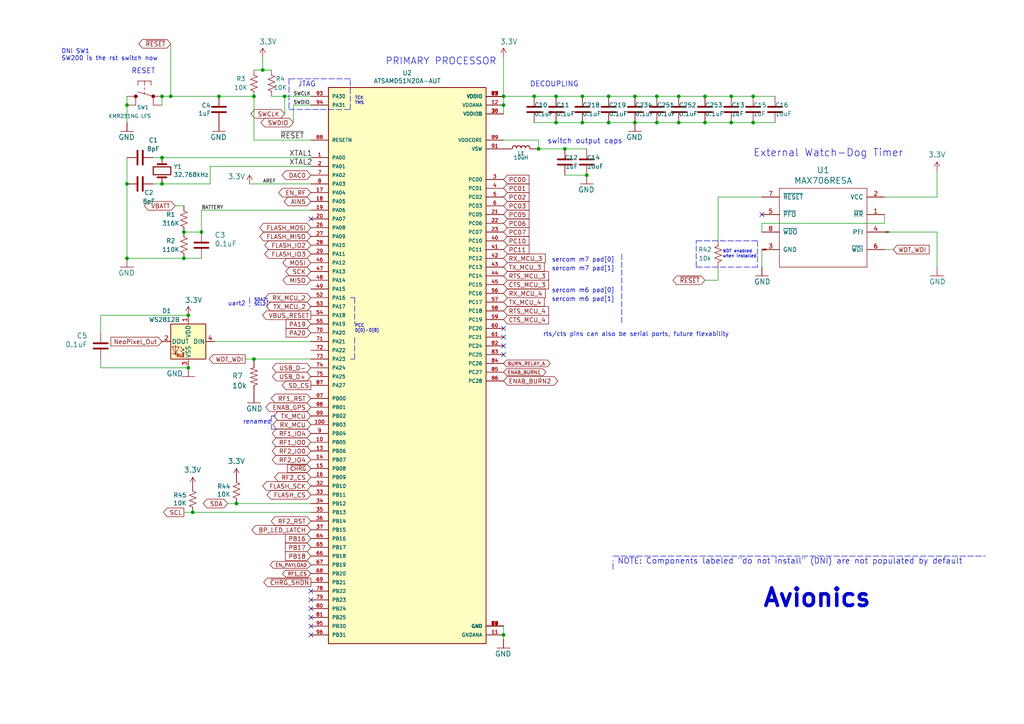
<source format=kicad_sch>
(kicad_sch (version 20211123) (generator eeschema)
  (paper "A4")
  (title_block (title "PyCubed Mainboard") (date "2021-06-09") (rev "v05c") (company "Max Holliday"))
  (lib_symbols
    (symbol "mainboard-rescue:C-Device-mainboard-rescue" (pin_numbers hide) (pin_names (offset 0.254))
      (property "Reference" "C" (at 0.635 2.54 0))
      (property "Value" "C-Device-mainboard-rescue" (at 0.635 -2.54 0))
      (symbol "C-Device-mainboard-rescue_0_1"
        (polyline (pts (xy -2.032 -0.762) (xy 2.032 -0.762)) (stroke (width 0.508)))
        (polyline (pts (xy -2.032 0.762) (xy 2.032 0.762)) (stroke (width 0.508)))
      )
      (symbol "C-Device-mainboard-rescue_1_1"
        (pin passive line (at 0 3.81 270) (length 2.794) (name "~") (number "1"))
        (pin passive line (at 0 -3.81 90) (length 2.794) (name "~") (number "2"))
      )
    )
    (symbol "mainboard-rescue:Crystal-Device-mainboard-rescue" (pin_numbers hide) (pin_names (offset 1.016) hide)
      (property "Reference" "Y" (at 0 3.81 0))
      (property "Value" "Crystal-Device-mainboard-rescue" (at 0 -3.81 0))
      (symbol "Crystal-Device-mainboard-rescue_0_1"
        (rectangle (start -1.143 2.54) (end 1.143 -2.54) (stroke (width 0.3048)))
        (polyline (pts (xy -2.54 0) (xy -1.905 0)))
        (polyline (pts (xy -1.905 -1.27) (xy -1.905 1.27)) (stroke (width 0.508)))
        (polyline (pts (xy 1.905 -1.27) (xy 1.905 1.27)) (stroke (width 0.508)))
        (polyline (pts (xy 2.54 0) (xy 1.905 0)))
      )
      (symbol "Crystal-Device-mainboard-rescue_1_1"
        (pin passive line (at -3.81 0 0) (length 1.27) (name "1") (number "1"))
        (pin passive line (at 3.81 0 180) (length 1.27) (name "2") (number "2"))
      )
    )
    (symbol "mainboard-rescue:R_US-Device-mainboard-rescue" (pin_numbers hide) (pin_names (offset 0))
      (property "Reference" "R" (at 2.54 0 90))
      (property "Value" "R_US-Device-mainboard-rescue" (at -2.54 0 90))
      (symbol "R_US-Device-mainboard-rescue_0_1"
        (polyline (pts (xy 0 -2.286) (xy 0 -2.54)))
        (polyline (pts (xy 0 2.286) (xy 0 2.54)))
        (polyline (pts (xy 0 -0.762) (xy 1.016 -1.143) (xy 0 -1.524) (xy -1.016 -1.905) (xy 0 -2.286)))
        (polyline (pts (xy 0 0.762) (xy 1.016 0.381) (xy 0 0) (xy -1.016 -0.381) (xy 0 -0.762)))
        (polyline (pts (xy 0 2.286) (xy 1.016 1.905) (xy 0 1.524) (xy -1.016 1.143) (xy 0 0.762)))
      )
      (symbol "R_US-Device-mainboard-rescue_1_1"
        (pin passive line (at 0 3.81 270) (length 1.27) (name "~") (number "1"))
        (pin passive line (at 0 -3.81 90) (length 1.27) (name "~") (number "2"))
      )
    )
    (symbol "mainboard-rescue:WS2812B-LED-mainboard-rescue" (pin_names (offset 0.254))
      (property "Reference" "D" (at 5.08 5.715 0))
      (property "Value" "WS2812B-LED-mainboard-rescue" (at 1.27 -5.715 0))
      (symbol "WS2812B-LED-mainboard-rescue_0_0"
        (text "RGB" (at 2.286 -4.191 0) (effects (font (size 0.762 0.762))))
      )
      (symbol "WS2812B-LED-mainboard-rescue_0_1"
        (polyline (pts (xy 1.27 -3.556) (xy 1.778 -3.556)))
        (polyline (pts (xy 1.27 -2.54) (xy 1.778 -2.54)))
        (polyline (pts (xy 4.699 -3.556) (xy 2.667 -3.556)))
        (polyline (pts (xy 2.286 -2.54) (xy 1.27 -3.556) (xy 1.27 -3.048)))
        (polyline (pts (xy 2.286 -1.524) (xy 1.27 -2.54) (xy 1.27 -2.032)))
        (polyline (pts (xy 3.683 -1.016) (xy 3.683 -3.556) (xy 3.683 -4.064)))
        (polyline (pts (xy 4.699 -1.524) (xy 2.667 -1.524) (xy 3.683 -3.556) (xy 4.699 -1.524)))
        (rectangle (start 5.08 5.08) (end -5.08 -5.08) (stroke (width 0.254)) (fill (type background)))
      )
      (symbol "WS2812B-LED-mainboard-rescue_1_1"
        (pin power_in line (at 0 7.62 270) (length 2.54) (name "VDD") (number "1"))
        (pin output line (at 7.62 0 180) (length 2.54) (name "DOUT") (number "2"))
        (pin power_in line (at 0 -7.62 90) (length 2.54) (name "VSS") (number "3"))
        (pin input line (at -7.62 0 0) (length 2.54) (name "DIN") (number "4"))
      )
    )
    (symbol "mainboard:3.3V" (power) (pin_names (offset 1.016))
      (property "Value" "3.3V" (at -1.016 3.556 0))
      (symbol "3.3V_1_0"
        (polyline (pts (xy 0 2.54) (xy -0.762 1.27)))
        (polyline (pts (xy 0.762 1.27) (xy 0 2.54)))
        (pin power_in line (at 0 0 90) (length 2.54) (name "3.3V") (number "1"))
      )
    )
    (symbol "mainboard:GND" (power) (pin_names (offset 1.016))
      (property "Value" "GND" (at -2.54 -2.54 0))
      (symbol "GND_1_0"
        (polyline (pts (xy -1.905 0) (xy 1.905 0)))
        (pin power_in line (at 0 2.54 270) (length 2.54) (name "GND") (number "1"))
      )
    )
    (symbol "mainboard:INDUCTOR-Adafruit_Feather_M4_Express-eagle-import-lab64_SAM32-rescue-SAMD-10-rescue-SAM32-rescue" (pin_names (offset 1.016))
      (property "Reference" "L" (at 0 2.54 0))
      (property "Value" "INDUCTOR-Adafruit_Feather_M4_Express-eagle-import-lab64_SAM32-rescue-SAMD-10-rescue-SAM32-rescue" (at 0 -1.524 0))
      (symbol "INDUCTOR-Adafruit_Feather_M4_Express-eagle-import-lab64_SAM32-rescue-SAMD-10-rescue-SAM32-rescue_1_0"
        (arc (start -1.27 0.3048) (mid -1.905 0.9149) (end -2.54 0.3048) (stroke (width 0.254)))
        (polyline (pts (xy -2.54 0.3048) (xy -2.54 0)))
        (polyline (pts (xy 2.54 0.3048) (xy 2.54 0)))
        (arc (start 0 0.3048) (mid -0.635 0.9149) (end -1.27 0.3048) (stroke (width 0.254)))
        (arc (start 1.27 0.3048) (mid 0.635 0.9149) (end 0 0.3048) (stroke (width 0.254)))
        (arc (start 2.54 0.3048) (mid 1.905 0.9149) (end 1.27 0.3048) (stroke (width 0.254)))
        (pin passive line (at -5.08 0 0) (length 2.54) (name "1") (number "1"))
        (pin passive line (at 5.08 0 180) (length 2.54) (name "2") (number "2"))
      )
    )
    (symbol "mainboard:MAX708RESA-T" (pin_names (offset 1.016))
      (property "Reference" "U" (at 15.5956 9.1186 0))
      (property "Value" "MAX708RESA-T" (at 14.9606 6.5786 0))
      (symbol "MAX708RESA-T_1_0"
        (polyline (pts (xy 7.62 -17.78) (xy 33.02 -17.78)))
        (polyline (pts (xy 7.62 5.08) (xy 7.62 -17.78)))
        (polyline (pts (xy 33.02 -17.78) (xy 33.02 5.08)))
        (polyline (pts (xy 33.02 5.08) (xy 7.62 5.08)))
        (pin input line (at 2.54 -2.54 0) (length 5.08) (name "~{MR}") (number "1"))
        (pin power_in line (at 2.54 2.54 0) (length 5.08) (name "VCC") (number "2"))
        (pin power_in line (at 38.1 -12.7 180) (length 5.08) (name "GND") (number "3"))
        (pin input line (at 2.54 -7.62 0) (length 5.08) (name "PFI") (number "4"))
        (pin output line (at 38.1 -2.54 180) (length 5.08) (name "~{PFO}") (number "5"))
        (pin input line (at 2.54 -12.7 0) (length 5.08) (name "~{WDI}") (number "6"))
        (pin output line (at 38.1 2.54 180) (length 5.08) (name "~{RESET}") (number "7"))
        (pin output line (at 38.1 -7.62 180) (length 5.08) (name "~{WDO}") (number "8"))
      )
    )
    (symbol "mainboard:R-US_R0603" (pin_names (offset 1.016))
      (property "Reference" "R" (at -3.81 1.4986 0))
      (property "Value" "R-US_R0603" (at -3.81 -3.302 0))
      (symbol "R-US_R0603_1_0"
        (polyline (pts (xy -2.54 0) (xy -2.159 1.016)))
        (polyline (pts (xy -2.159 1.016) (xy -1.524 -1.016)))
        (polyline (pts (xy -1.524 -1.016) (xy -0.889 1.016)))
        (polyline (pts (xy -0.889 1.016) (xy -0.254 -1.016)))
        (polyline (pts (xy -0.254 -1.016) (xy 0.381 1.016)))
        (polyline (pts (xy 0.381 1.016) (xy 1.016 -1.016)))
        (polyline (pts (xy 1.016 -1.016) (xy 1.651 1.016)))
        (polyline (pts (xy 1.651 1.016) (xy 2.286 -1.016)))
        (polyline (pts (xy 2.286 -1.016) (xy 2.54 0)))
        (pin passive line (at -5.08 0 0) (length 2.54) (name "1") (number "1"))
        (pin passive line (at 5.08 0 180) (length 2.54) (name "2") (number "2"))
      )
    )
    (symbol "mainboard:SWITCH_SMT4.6X2.8" (pin_names (offset 1.016))
      (property "Reference" "SW" (at -2.54 6.35 0))
      (property "Value" "SWITCH_SMT4.6X2.8" (at -2.54 -5.08 0))
      (symbol "SWITCH_SMT4.6X2.8_1_0"
        (circle (center -2.54 0) (radius 0.127) (stroke (width 0.4064)))
        (polyline (pts (xy -2.54 -2.54) (xy -2.54 0)))
        (polyline (pts (xy -2.54 0) (xy 1.905 1.27)))
        (polyline (pts (xy -1.905 4.445) (xy -1.905 3.175)))
        (polyline (pts (xy 0 1.27) (xy 0 0.635)))
        (polyline (pts (xy 0 2.54) (xy 0 1.905)))
        (polyline (pts (xy 0 4.445) (xy -1.905 4.445)))
        (polyline (pts (xy 0 4.445) (xy 0 3.175)))
        (polyline (pts (xy 1.905 0) (xy 2.54 0)))
        (polyline (pts (xy 1.905 4.445) (xy 0 4.445)))
        (polyline (pts (xy 1.905 4.445) (xy 1.905 3.175)))
        (polyline (pts (xy 2.54 -2.54) (xy 2.54 0)))
        (circle (center 2.54 0) (radius 0.127) (stroke (width 0.4064)))
        (pin passive line (at -5.08 0 0) (length 2.54) (name "P") (number "A"))
        (pin passive line (at -5.08 -2.54 0) (length 2.54) (name "P1") (number "A'"))
        (pin passive line (at 5.08 0 180) (length 2.54) (name "S") (number "B"))
        (pin passive line (at 5.08 -2.54 180) (length 2.54) (name "S1") (number "B'"))
      )
    )
    (symbol "mainboard_SLI:ATSAMD51N20A-AUT" (pin_names (offset 1.016))
      (property "Reference" "U" (at -22.86 89.535 0))
      (property "Value" "ATSAMD51N20A-AUT" (at -22.86 -76.2 0))
      (symbol "ATSAMD51N20A-AUT_0_0"
        (rectangle (start -22.86 -72.39) (end 22.86 88.9) (stroke (width 0.254)) (fill (type background)))
        (pin bidirectional line (at -27.94 68.58 0) (length 5.08) (name "PA00") (number "1"))
        (pin bidirectional line (at -27.94 -13.97 0) (length 5.08) (name "PB05") (number "10"))
        (pin bidirectional line (at -27.94 -8.89 0) (length 5.08) (name "PB03") (number "100"))
        (pin power_in line (at 27.94 -69.85 180) (length 5.08) (name "GNDANA") (number "11"))
        (pin power_in line (at 27.94 83.82 180) (length 5.08) (name "VDDANA") (number "12"))
        (pin bidirectional line (at -27.94 -16.51 0) (length 5.08) (name "PB06") (number "13"))
        (pin bidirectional line (at -27.94 -19.05 0) (length 5.08) (name "PB07") (number "14"))
        (pin bidirectional line (at -27.94 -21.59 0) (length 5.08) (name "PB08") (number "15"))
        (pin bidirectional line (at -27.94 -24.13 0) (length 5.08) (name "PB09") (number "16"))
        (pin bidirectional line (at -27.94 58.42 0) (length 5.08) (name "PA04") (number "17"))
        (pin bidirectional line (at -27.94 55.88 0) (length 5.08) (name "PA05") (number "18"))
        (pin bidirectional line (at -27.94 53.34 0) (length 5.08) (name "PA06") (number "19"))
        (pin bidirectional line (at -27.94 66.04 0) (length 5.08) (name "PA01") (number "2"))
        (pin bidirectional line (at -27.94 50.8 0) (length 5.08) (name "PA07") (number "20"))
        (pin bidirectional line (at 27.94 52.07 180) (length 5.08) (name "PC05") (number "21"))
        (pin bidirectional line (at 27.94 49.53 180) (length 5.08) (name "PC06") (number "22"))
        (pin bidirectional line (at 27.94 46.99 180) (length 5.08) (name "PC07") (number "23"))
        (pin power_in line (at 27.94 -67.31 180) (length 5.08) (name "GND") (number "24"))
        (pin power_in line (at 27.94 81.28 180) (length 5.08) (name "VDDIOB") (number "25"))
        (pin bidirectional line (at -27.94 48.26 0) (length 5.08) (name "PA08") (number "26"))
        (pin bidirectional line (at -27.94 45.72 0) (length 5.08) (name "PA09") (number "27"))
        (pin bidirectional line (at -27.94 43.18 0) (length 5.08) (name "PA10") (number "28"))
        (pin bidirectional line (at -27.94 40.64 0) (length 5.08) (name "PA11") (number "29"))
        (pin bidirectional line (at 27.94 62.23 180) (length 5.08) (name "PC00") (number "3"))
        (pin power_in line (at 27.94 81.28 180) (length 5.08) (name "VDDIOB") (number "30"))
        (pin power_in line (at 27.94 -67.31 180) (length 5.08) (name "GND") (number "31"))
        (pin bidirectional line (at -27.94 -26.67 0) (length 5.08) (name "PB10") (number "32"))
        (pin bidirectional line (at -27.94 -29.21 0) (length 5.08) (name "PB11") (number "33"))
        (pin bidirectional line (at -27.94 -31.75 0) (length 5.08) (name "PB12") (number "34"))
        (pin bidirectional line (at -27.94 -34.29 0) (length 5.08) (name "PB13") (number "35"))
        (pin bidirectional line (at -27.94 -36.83 0) (length 5.08) (name "PB14") (number "36"))
        (pin bidirectional line (at -27.94 -39.37 0) (length 5.08) (name "PB15") (number "37"))
        (pin power_in line (at 27.94 -67.31 180) (length 5.08) (name "GND") (number "38"))
        (pin power_in line (at 27.94 86.36 180) (length 5.08) (name "VDDIO") (number "39"))
        (pin bidirectional line (at 27.94 59.69 180) (length 5.08) (name "PC01") (number "4"))
        (pin bidirectional line (at 27.94 44.45 180) (length 5.08) (name "PC10") (number "40"))
        (pin bidirectional line (at 27.94 41.91 180) (length 5.08) (name "PC11") (number "41"))
        (pin bidirectional line (at 27.94 39.37 180) (length 5.08) (name "PC12") (number "42"))
        (pin bidirectional line (at 27.94 36.83 180) (length 5.08) (name "PC13") (number "43"))
        (pin bidirectional line (at 27.94 34.29 180) (length 5.08) (name "PC14") (number "44"))
        (pin bidirectional line (at 27.94 31.75 180) (length 5.08) (name "PC15") (number "45"))
        (pin bidirectional line (at -27.94 38.1 0) (length 5.08) (name "PA12") (number "46"))
        (pin bidirectional line (at -27.94 35.56 0) (length 5.08) (name "PA13") (number "47"))
        (pin bidirectional line (at -27.94 33.02 0) (length 5.08) (name "PA14") (number "48"))
        (pin bidirectional line (at -27.94 30.48 0) (length 5.08) (name "PA15") (number "49"))
        (pin bidirectional line (at 27.94 57.15 180) (length 5.08) (name "PC02") (number "5"))
        (pin power_in line (at 27.94 -67.31 180) (length 5.08) (name "GND") (number "50"))
        (pin power_in line (at 27.94 86.36 180) (length 5.08) (name "VDDIO") (number "51"))
        (pin bidirectional line (at -27.94 27.94 0) (length 5.08) (name "PA16") (number "52"))
        (pin bidirectional line (at -27.94 25.4 0) (length 5.08) (name "PA17") (number "53"))
        (pin bidirectional line (at -27.94 22.86 0) (length 5.08) (name "PA18") (number "54"))
        (pin bidirectional line (at -27.94 20.32 0) (length 5.08) (name "PA19") (number "55"))
        (pin bidirectional line (at 27.94 29.21 180) (length 5.08) (name "PC16") (number "56"))
        (pin bidirectional line (at 27.94 26.67 180) (length 5.08) (name "PC17") (number "57"))
        (pin bidirectional line (at 27.94 24.13 180) (length 5.08) (name "PC18") (number "58"))
        (pin bidirectional line (at 27.94 21.59 180) (length 5.08) (name "PC19") (number "59"))
        (pin bidirectional line (at 27.94 54.61 180) (length 5.08) (name "PC03") (number "6"))
        (pin bidirectional line (at 27.94 19.05 180) (length 5.08) (name "PC20") (number "60"))
        (pin bidirectional line (at 27.94 16.51 180) (length 5.08) (name "PC21") (number "61"))
        (pin power_in line (at 27.94 -67.31 180) (length 5.08) (name "GND") (number "62"))
        (pin power_in line (at 27.94 86.36 180) (length 5.08) (name "VDDIO") (number "63"))
        (pin bidirectional line (at -27.94 -41.91 0) (length 5.08) (name "PB16") (number "64"))
        (pin bidirectional line (at -27.94 -44.45 0) (length 5.08) (name "PB17") (number "65"))
        (pin bidirectional line (at -27.94 -46.99 0) (length 5.08) (name "PB18") (number "66"))
        (pin bidirectional line (at -27.94 -49.53 0) (length 5.08) (name "PB19") (number "67"))
        (pin bidirectional line (at -27.94 -52.07 0) (length 5.08) (name "PB20") (number "68"))
        (pin bidirectional line (at -27.94 -54.61 0) (length 5.08) (name "PB21") (number "69"))
        (pin bidirectional line (at -27.94 63.5 0) (length 5.08) (name "PA02") (number "7"))
        (pin bidirectional line (at -27.94 17.78 0) (length 5.08) (name "PA20") (number "70"))
        (pin bidirectional line (at -27.94 15.24 0) (length 5.08) (name "PA21") (number "71"))
        (pin bidirectional line (at -27.94 12.7 0) (length 5.08) (name "PA22") (number "72"))
        (pin bidirectional line (at -27.94 10.16 0) (length 5.08) (name "PA23") (number "73"))
        (pin bidirectional line (at -27.94 7.62 0) (length 5.08) (name "PA24") (number "74"))
        (pin bidirectional line (at -27.94 5.08 0) (length 5.08) (name "PA25") (number "75"))
        (pin power_in line (at 27.94 -67.31 180) (length 5.08) (name "GND") (number "76"))
        (pin power_in line (at 27.94 86.36 180) (length 5.08) (name "VDDIO") (number "77"))
        (pin bidirectional line (at -27.94 -57.15 0) (length 5.08) (name "PB22") (number "78"))
        (pin bidirectional line (at -27.94 -59.69 0) (length 5.08) (name "PB23") (number "79"))
        (pin bidirectional line (at -27.94 60.96 0) (length 5.08) (name "PA03") (number "8"))
        (pin bidirectional line (at -27.94 -62.23 0) (length 5.08) (name "PB24") (number "80"))
        (pin bidirectional line (at -27.94 -64.77 0) (length 5.08) (name "PB25") (number "81"))
        (pin bidirectional line (at 27.94 13.97 180) (length 5.08) (name "PC24") (number "82"))
        (pin bidirectional line (at 27.94 11.43 180) (length 5.08) (name "PC25") (number "83"))
        (pin bidirectional line (at 27.94 8.89 180) (length 5.08) (name "PC26") (number "84"))
        (pin bidirectional line (at 27.94 6.35 180) (length 5.08) (name "PC27") (number "85"))
        (pin bidirectional line (at 27.94 3.81 180) (length 5.08) (name "PC28") (number "86"))
        (pin bidirectional line (at -27.94 2.54 0) (length 5.08) (name "PA27") (number "87"))
        (pin input line (at -27.94 73.66 0) (length 5.08) (name "RESETN") (number "88"))
        (pin power_in line (at 27.94 73.66 180) (length 5.08) (name "VDDCORE") (number "89"))
        (pin bidirectional line (at -27.94 -11.43 0) (length 5.08) (name "PB04") (number "9"))
        (pin power_in line (at 27.94 -67.31 180) (length 5.08) (name "GND") (number "90"))
        (pin bidirectional line (at 27.94 71.12 180) (length 5.08) (name "VSW") (number "91"))
        (pin power_in line (at 27.94 86.36 180) (length 5.08) (name "VDDIO") (number "92"))
        (pin bidirectional line (at -27.94 86.36 0) (length 5.08) (name "PA30") (number "93"))
        (pin bidirectional line (at -27.94 83.82 0) (length 5.08) (name "PA31") (number "94"))
        (pin bidirectional line (at -27.94 -67.31 0) (length 5.08) (name "PB30") (number "95"))
        (pin bidirectional line (at -27.94 -69.85 0) (length 5.08) (name "PB31") (number "96"))
        (pin bidirectional line (at -27.94 -1.27 0) (length 5.08) (name "PB00") (number "97"))
        (pin bidirectional line (at -27.94 -3.81 0) (length 5.08) (name "PB01") (number "98"))
        (pin bidirectional line (at -27.94 -6.35 0) (length 5.08) (name "PB02") (number "99"))
      )
    )
  )
  (junction (at 212.09 27.94))
  (junction (at 168.91 27.94))
  (junction (at 82.55 27.94))
  (junction (at 196.85 35.56))
  (junction (at 170.18 50.8))
  (junction (at 36.83 74.93))
  (junction (at 176.53 35.56))
  (junction (at 176.53 27.94))
  (junction (at 212.09 35.56))
  (junction (at 146.05 30.48))
  (junction (at 53.34 67.31))
  (junction (at 54.61 91.44))
  (junction (at 54.61 106.68))
  (junction (at 76.2 20.32))
  (junction (at 190.5 35.56))
  (junction (at 156.21 43.18))
  (junction (at 184.15 35.56))
  (junction (at 73.66 27.94))
  (junction (at 55.88 148.59))
  (junction (at 190.5 27.94))
  (junction (at 53.34 74.93))
  (junction (at 218.44 35.56))
  (junction (at 68.58 146.05))
  (junction (at 184.15 27.94))
  (junction (at 204.47 27.94))
  (junction (at 196.85 27.94))
  (junction (at 46.99 27.94))
  (junction (at 161.29 35.56))
  (junction (at 63.5 27.94))
  (junction (at 49.53 27.94))
  (junction (at 161.29 27.94))
  (junction (at 46.99 45.72))
  (junction (at 163.83 43.18))
  (junction (at 218.44 27.94))
  (junction (at 46.99 53.34))
  (junction (at 204.47 35.56))
  (junction (at 154.94 27.94))
  (junction (at 58.42 67.31))
  (junction (at 146.05 27.94))
  (junction (at 73.66 104.14))
  (junction (at 36.83 53.34))
  (junction (at 36.83 30.48))
  (junction (at 146.05 184.15))
  (junction (at 168.91 35.56))
  (no_connect (at 90.17 179.07))
  (no_connect (at 220.98 62.23))
  (no_connect (at 146.05 100.33))
  (no_connect (at 146.05 102.87))
  (no_connect (at 90.17 184.15))
  (no_connect (at 90.17 173.99))
  (no_connect (at 90.17 176.53))
  (no_connect (at 90.17 171.45))
  (no_connect (at 90.17 181.61))
  (no_connect (at 146.05 97.79))
  (no_connect (at 146.05 95.25))
  (no_connect (at 90.17 63.5))
  (wire (pts (xy 63.5 27.94) (xy 73.66 27.94)))
  (wire (pts (xy 90.17 146.05) (xy 68.58 146.05)))
  (wire (pts (xy 49.53 12.7) (xy 49.53 27.94)))
  (wire (pts (xy 49.53 27.94) (xy 63.5 27.94)))
  (wire (pts (xy 50.8 59.69) (xy 53.34 59.69)))
  (wire (pts (xy 163.83 50.8) (xy 170.18 50.8)))
  (wire (pts (xy 156.21 40.64) (xy 156.21 43.18)))
  (wire (pts (xy 204.47 81.28) (xy 208.28 81.28)))
  (polyline (pts (xy 101.6 22.86) (xy 83.82 22.86)))
  (polyline (pts (xy 83.82 22.86) (xy 83.82 31.75)))
  (wire (pts (xy 73.66 20.32) (xy 76.2 20.32)))
  (polyline (pts (xy 78.74 124.46) (xy 80.01 124.46)))
  (wire (pts (xy 208.28 81.28) (xy 208.28 77.47)))
  (wire (pts (xy 29.21 106.68) (xy 29.21 104.14)))
  (wire (pts (xy 46.99 53.34) (xy 60.96 53.34)))
  (wire (pts (xy 271.78 57.15) (xy 271.78 49.53)))
  (wire (pts (xy 66.04 146.05) (xy 68.58 146.05)))
  (wire (pts (xy 184.15 35.56) (xy 190.5 35.56)))
  (wire (pts (xy 220.98 72.39) (xy 220.98 77.47)))
  (wire (pts (xy 76.2 16.51) (xy 76.2 20.32)))
  (wire (pts (xy 62.23 99.06) (xy 90.17 99.06)))
  (wire (pts (xy 90.17 40.64) (xy 73.66 40.64)))
  (polyline (pts (xy 177.8 165.1) (xy 177.8 162.56)))
  (wire (pts (xy 146.05 27.94) (xy 154.94 27.94)))
  (wire (pts (xy 154.94 35.56) (xy 161.29 35.56)))
  (wire (pts (xy 168.91 27.94) (xy 176.53 27.94)))
  (wire (pts (xy 60.96 48.26) (xy 90.17 48.26)))
  (wire (pts (xy 208.28 57.15) (xy 208.28 69.85)))
  (wire (pts (xy 271.78 57.15) (xy 256.54 57.15)))
  (wire (pts (xy 73.66 104.14) (xy 71.12 104.14)))
  (polyline (pts (xy 219.71 77.47) (xy 201.93 77.47)))
  (wire (pts (xy 36.83 30.48) (xy 36.83 35.56)))
  (wire (pts (xy 53.34 67.31) (xy 58.42 67.31)))
  (wire (pts (xy 212.09 35.56) (xy 218.44 35.56)))
  (polyline (pts (xy 102.87 86.36) (xy 102.87 93.98)))
  (polyline (pts (xy 180.34 73.66) (xy 180.34 93.98)))
  (wire (pts (xy 161.29 35.56) (xy 168.91 35.56)))
  (wire (pts (xy 29.21 106.68) (xy 54.61 106.68)))
  (wire (pts (xy 53.34 148.59) (xy 55.88 148.59)))
  (wire (pts (xy 220.98 67.31) (xy 220.98 64.77)))
  (polyline (pts (xy 78.74 120.65) (xy 78.74 124.46)))
  (wire (pts (xy 36.83 27.94) (xy 36.83 30.48)))
  (wire (pts (xy 146.05 27.94) (xy 146.05 16.51)))
  (wire (pts (xy 163.83 43.18) (xy 170.18 43.18)))
  (wire (pts (xy 44.45 53.34) (xy 46.99 53.34)))
  (wire (pts (xy 46.99 30.48) (xy 46.99 27.94)))
  (wire (pts (xy 168.91 35.56) (xy 176.53 35.56)))
  (wire (pts (xy 161.29 27.94) (xy 168.91 27.94)))
  (wire (pts (xy 220.98 64.77) (xy 256.54 64.77)))
  (polyline (pts (xy 177.8 161.29) (xy 285.75 161.29)))
  (polyline (pts (xy 83.82 31.75) (xy 101.6 31.75)))
  (wire (pts (xy 60.96 53.34) (xy 60.96 48.26)))
  (polyline (pts (xy 78.74 120.65) (xy 80.01 120.65)))
  (wire (pts (xy 44.45 45.72) (xy 46.99 45.72)))
  (wire (pts (xy 90.17 104.14) (xy 73.66 104.14)))
  (wire (pts (xy 146.05 33.02) (xy 146.05 30.48)))
  (wire (pts (xy 156.21 43.18) (xy 163.83 43.18)))
  (wire (pts (xy 58.42 60.96) (xy 90.17 60.96)))
  (wire (pts (xy 218.44 35.56) (xy 224.79 35.56)))
  (wire (pts (xy 58.42 74.93) (xy 53.34 74.93)))
  (wire (pts (xy 190.5 27.94) (xy 196.85 27.94)))
  (wire (pts (xy 259.08 72.39) (xy 256.54 72.39)))
  (polyline (pts (xy 102.87 104.14) (xy 102.87 97.79)))
  (wire (pts (xy 78.74 27.94) (xy 82.55 27.94)))
  (wire (pts (xy 256.54 64.77) (xy 256.54 62.23)))
  (wire (pts (xy 90.17 148.59) (xy 55.88 148.59)))
  (wire (pts (xy 29.21 91.44) (xy 54.61 91.44)))
  (wire (pts (xy 36.83 45.72) (xy 36.83 53.34)))
  (wire (pts (xy 36.83 53.34) (xy 36.83 74.93)))
  (wire (pts (xy 271.78 67.31) (xy 271.78 77.47)))
  (wire (pts (xy 46.99 27.94) (xy 49.53 27.94)))
  (wire (pts (xy 146.05 40.64) (xy 156.21 40.64)))
  (wire (pts (xy 154.94 27.94) (xy 161.29 27.94)))
  (wire (pts (xy 196.85 27.94) (xy 204.47 27.94)))
  (wire (pts (xy 146.05 30.48) (xy 146.05 27.94)))
  (polyline (pts (xy 72.39 86.36) (xy 72.39 88.9)))
  (wire (pts (xy 146.05 181.61) (xy 146.05 184.15)))
  (polyline (pts (xy 101.6 104.14) (xy 102.87 104.14)))
  (wire (pts (xy 190.5 35.56) (xy 196.85 35.56)))
  (wire (pts (xy 218.44 27.94) (xy 224.79 27.94)))
  (polyline (pts (xy 77.47 88.9) (xy 77.47 86.36)))
  (wire (pts (xy 82.55 33.02) (xy 82.55 27.94)))
  (wire (pts (xy 204.47 35.56) (xy 212.09 35.56)))
  (wire (pts (xy 58.42 67.31) (xy 58.42 60.96)))
  (wire (pts (xy 212.09 27.94) (xy 218.44 27.94)))
  (wire (pts (xy 184.15 27.94) (xy 190.5 27.94)))
  (wire (pts (xy 72.39 53.34) (xy 90.17 53.34)))
  (wire (pts (xy 85.09 30.48) (xy 90.17 30.48)))
  (wire (pts (xy 73.66 27.94) (xy 73.66 40.64)))
  (wire (pts (xy 204.47 27.94) (xy 212.09 27.94)))
  (wire (pts (xy 176.53 27.94) (xy 184.15 27.94)))
  (wire (pts (xy 256.54 67.31) (xy 271.78 67.31)))
  (polyline (pts (xy 201.93 69.85) (xy 219.71 69.85)))
  (wire (pts (xy 46.99 45.72) (xy 90.17 45.72)))
  (wire (pts (xy 29.21 96.52) (xy 29.21 91.44)))
  (polyline (pts (xy 101.6 86.36) (xy 102.87 86.36)))
  (wire (pts (xy 196.85 35.56) (xy 204.47 35.56)))
  (wire (pts (xy 146.05 184.15) (xy 146.05 185.42)))
  (wire (pts (xy 220.98 57.15) (xy 208.28 57.15)))
  (wire (pts (xy 176.53 35.56) (xy 184.15 35.56)))
  (polyline (pts (xy 101.6 31.75) (xy 101.6 22.86)))
  (polyline (pts (xy 201.93 77.47) (xy 201.93 69.85)))
  (wire (pts (xy 85.09 30.48) (xy 85.09 35.56)))
  (wire (pts (xy 53.34 74.93) (xy 36.83 74.93)))
  (wire (pts (xy 82.55 27.94) (xy 90.17 27.94)))
  (polyline (pts (xy 219.71 69.85) (xy 219.71 77.47)))
  (wire (pts (xy 76.2 20.32) (xy 78.74 20.32)))
  (text "sercom m7 pad[1]" (at 160.02 78.74 0) (effects (font (size 1.27 1.27)) (justify left bottom)))
  (text "uart2" (at 66.04 88.9 0) (effects (font (size 1.27 1.27)) (justify left bottom)))
  (text "SDA2" (at 73.66 87.63 0) (effects (font (size 0.889 0.889)) (justify left bottom)))
  (text "rts/cts pins can also be serial ports, future flexability " (at 157.48 97.79 0) (effects (font (size 1.27 1.27)) (justify left bottom)))
  (text "DNI SW1\nSW200 is the rst switch now" (at 17.78 17.78 0) (effects (font (size 1.27 1.27)) (justify left bottom)))
  (text "sercom m6 pad[0]" (at 160.02 85.09 0) (effects (font (size 1.27 1.27)) (justify left bottom)))
  (text "switch output caps" (at 158.75 41.91 0) (effects (font (size 1.4986 1.4986)) (justify left bottom)))
  (text "TCK\nTMS" (at 102.87 30.48 0) (effects (font (size 0.889 0.889)) (justify left bottom)))
  (text "NOTE: Components labeled \"do not install\" (DNI) are not populated by default" (at 179.07 163.83 0) (effects (font (size 1.651 1.651)) (justify left bottom)))
  (text "SCL2" (at 73.66 88.9 0) (effects (font (size 0.889 0.889)) (justify left bottom)))
  (text "DECOUPLING\n" (at 153.67 25.4 0) (effects (font (size 1.4986 1.4986)) (justify left bottom)))
  (text "renamed" (at 78.74 123.19 180) (effects (font (size 1.27 1.27)) (justify right bottom)))
  (text "Avionics" (at 220.98 176.53 0) (effects (font (size 5.08 5.08) (thickness 1.016) bold) (justify left bottom)))
  (text "WDT enabled\nwhen installed" (at 209.55 74.93 0) (effects (font (size 0.889 0.889)) (justify left bottom)))
  (text "JTAG\n" (at 86.36 25.4 0) (effects (font (size 1.4986 1.4986)) (justify left bottom)))
  (text "External Watch-Dog Timer" (at 218.44 45.72 0) (effects (font (size 2.159 2.159)) (justify left bottom)))
  (text "PRIMARY PROCESSOR" (at 111.76 19.05 0) (effects (font (size 2.0066 2.0066)) (justify left bottom)))
  (text "sercom m7 pad[0]" (at 160.02 76.2 0) (effects (font (size 1.27 1.27)) (justify left bottom)))
  (text "RESET" (at 38.1 21.59 0) (effects (font (size 1.4986 1.4986)) (justify left bottom)))
  (text "sercom m6 pad[1]" (at 160.02 87.63 0) (effects (font (size 1.27 1.27)) (justify left bottom)))
  (text "PCC\nD[0]-D[8]" (at 102.87 96.52 0) (effects (font (size 0.889 0.889)) (justify left bottom)))
  (label "BATTERY" (at 58.42 60.96 0) (effects (font (size 1.016 1.016))))
  (label "AREF" (at 76.2 53.34 0) (effects (font (size 1.016 1.016))))
  (label "XTAL2" (at 83.82 48.26 0) (effects (font (size 1.524 1.524))))
  (label "XTAL1" (at 83.82 45.72 0) (effects (font (size 1.524 1.524))))
  (label "SWDIO" (at 85.09 30.48 0) (effects (font (size 0.9906 0.9906))))
  (label "SWCLK" (at 85.09 27.94 0) (effects (font (size 0.9906 0.9906))))
  (label "~{RESET}" (at 81.28 40.64 0) (effects (font (size 1.4986 1.4986))))
  (global_label "ENAB_BURN1" (shape bidirectional) (at 146.05 107.95 0) (effects (font (size 0.9906 0.9906))) (property "Intersheet References" "${INTERSHEET_REFS}" (effects hide)))
  (global_label "SWCLK" (shape bidirectional) (at 82.55 33.02 180) (property "Intersheet References" "${INTERSHEET_REFS}" (effects hide)))
  (global_label "PC03" (shape input) (at 146.05 59.69 0) (property "Intersheet References" "${INTERSHEET_REFS}" (effects hide)))
  (global_label "RTS_MCU_3" (shape input) (at 146.05 80.01 0) (property "Intersheet References" "${INTERSHEET_REFS}" (effects hide)))
  (global_label "MOSI" (shape bidirectional) (at 90.17 76.2 180) (property "Intersheet References" "${INTERSHEET_REFS}" (effects hide)))
  (global_label "RF2_CS" (shape bidirectional) (at 90.17 138.43 180) (property "Intersheet References" "${INTERSHEET_REFS}" (effects hide)))
  (global_label "PC10" (shape input) (at 146.05 69.85 0) (property "Intersheet References" "${INTERSHEET_REFS}" (effects hide)))
  (global_label "PC01" (shape input) (at 146.05 54.61 0) (property "Intersheet References" "${INTERSHEET_REFS}" (effects hide)))
  (global_label "PB16" (shape input) (at 90.17 156.21 180) (property "Intersheet References" "${INTERSHEET_REFS}" (effects hide)))
  (global_label "SDA" (shape bidirectional) (at 66.04 146.05 180) (property "Intersheet References" "${INTERSHEET_REFS}" (effects hide)))
  (global_label "RF1_CS" (shape bidirectional) (at 90.17 166.37 180) (effects (font (size 0.9906 0.9906))) (property "Intersheet References" "${INTERSHEET_REFS}" (effects hide)))
  (global_label "SD_CS" (shape output) (at 90.17 111.76 180) (property "Intersheet References" "${INTERSHEET_REFS}" (effects hide)))
  (global_label "EN_PAYLOAD" (shape bidirectional) (at 90.17 163.83 180) (effects (font (size 0.9906 0.9906))) (property "Intersheet References" "${INTERSHEET_REFS}" (effects hide)))
  (global_label "SCK" (shape bidirectional) (at 90.17 78.74 180) (property "Intersheet References" "${INTERSHEET_REFS}" (effects hide)))
  (global_label "RF1_RST" (shape bidirectional) (at 90.17 115.57 180) (property "Intersheet References" "${INTERSHEET_REFS}" (effects hide)))
  (global_label "WDT_WDI" (shape output) (at 71.12 104.14 180) (property "Intersheet References" "${INTERSHEET_REFS}" (effects hide)))
  (global_label "AIN5" (shape bidirectional) (at 90.17 58.42 180) (property "Intersheet References" "${INTERSHEET_REFS}" (effects hide)))
  (global_label "VBUS_RESET" (shape output) (at 90.17 91.44 180) (property "Intersheet References" "${INTERSHEET_REFS}" (effects hide)))
  (global_label "MISO" (shape bidirectional) (at 90.17 81.28 180) (property "Intersheet References" "${INTERSHEET_REFS}" (effects hide)))
  (global_label "RF1_IO4" (shape bidirectional) (at 90.17 125.73 180) (property "Intersheet References" "${INTERSHEET_REFS}" (effects hide)))
  (global_label "PC11" (shape input) (at 146.05 72.39 0) (property "Intersheet References" "${INTERSHEET_REFS}" (effects hide)))
  (global_label "CTS_MCU_3" (shape input) (at 146.05 82.55 0) (property "Intersheet References" "${INTERSHEET_REFS}" (effects hide)))
  (global_label "RF2_IO4" (shape bidirectional) (at 90.17 133.35 180) (property "Intersheet References" "${INTERSHEET_REFS}" (effects hide)))
  (global_label "DAC0" (shape bidirectional) (at 90.17 50.8 180) (property "Intersheet References" "${INTERSHEET_REFS}" (effects hide)))
  (global_label "EN_RF" (shape bidirectional) (at 90.17 55.88 180) (property "Intersheet References" "${INTERSHEET_REFS}" (effects hide)))
  (global_label "PB17" (shape input) (at 90.17 158.75 180) (property "Intersheet References" "${INTERSHEET_REFS}" (effects hide)))
  (global_label "FLASH_MISO" (shape bidirectional) (at 90.17 68.58 180) (property "Intersheet References" "${INTERSHEET_REFS}" (effects hide)))
  (global_label "PA20" (shape input) (at 90.17 96.52 180) (property "Intersheet References" "${INTERSHEET_REFS}" (effects hide)))
  (global_label "SWDIO" (shape bidirectional) (at 85.09 35.56 180) (property "Intersheet References" "${INTERSHEET_REFS}" (effects hide)))
  (global_label "PA19" (shape input) (at 90.17 93.98 180) (property "Intersheet References" "${INTERSHEET_REFS}" (effects hide)))
  (global_label "RTS_MCU_4" (shape input) (at 146.05 90.17 0) (property "Intersheet References" "${INTERSHEET_REFS}" (effects hide)))
  (global_label "RX_MCU_3" (shape input) (at 146.05 74.93 0) (property "Intersheet References" "${INTERSHEET_REFS}" (effects hide)))
  (global_label "FLASH_SCK" (shape bidirectional) (at 90.17 140.97 180) (property "Intersheet References" "${INTERSHEET_REFS}" (effects hide)))
  (global_label "FLASH_IO3" (shape bidirectional) (at 90.17 73.66 180) (property "Intersheet References" "${INTERSHEET_REFS}" (effects hide)))
  (global_label "~{CHRG_SHDN}" (shape output) (at 90.17 168.91 180) (property "Intersheet References" "${INTERSHEET_REFS}" (effects hide)))
  (global_label "BURN_RELAY_A" (shape bidirectional) (at 146.05 105.41 0) (effects (font (size 0.9906 0.9906))) (property "Intersheet References" "${INTERSHEET_REFS}" (effects hide)))
  (global_label "FLASH_CS" (shape bidirectional) (at 90.17 143.51 180) (property "Intersheet References" "${INTERSHEET_REFS}" (effects hide)))
  (global_label "USB_D-" (shape bidirectional) (at 90.17 106.68 180) (property "Intersheet References" "${INTERSHEET_REFS}" (effects hide)))
  (global_label "RX_MCU_2" (shape bidirectional) (at 90.17 86.36 180) (property "Intersheet References" "${INTERSHEET_REFS}" (effects hide)))
  (global_label "PC00" (shape input) (at 146.05 52.07 0) (property "Intersheet References" "${INTERSHEET_REFS}" (effects hide)))
  (global_label "FLASH_IO2" (shape bidirectional) (at 90.17 71.12 180) (property "Intersheet References" "${INTERSHEET_REFS}" (effects hide)))
  (global_label "TX_MCU_4" (shape input) (at 146.05 87.63 0) (property "Intersheet References" "${INTERSHEET_REFS}" (effects hide)))
  (global_label "WDT_WDI" (shape input) (at 259.08 72.39 0) (property "Intersheet References" "${INTERSHEET_REFS}" (effects hide)))
  (global_label "PC02" (shape input) (at 146.05 57.15 0) (property "Intersheet References" "${INTERSHEET_REFS}" (effects hide)))
  (global_label "ENAB_GPS" (shape bidirectional) (at 90.17 118.11 180) (property "Intersheet References" "${INTERSHEET_REFS}" (effects hide)))
  (global_label "VBATT" (shape bidirectional) (at 50.8 59.69 180) (property "Intersheet References" "${INTERSHEET_REFS}" (effects hide)))
  (global_label "TX_MCU_2" (shape bidirectional) (at 90.17 88.9 180) (property "Intersheet References" "${INTERSHEET_REFS}" (effects hide)))
  (global_label "~{RESET}" (shape bidirectional) (at 49.53 12.7 180) (property "Intersheet References" "${INTERSHEET_REFS}" (effects hide)))
  (global_label "~{CHRG}" (shape input) (at 90.17 135.89 180) (effects (font (size 1.143 1.143))) (property "Intersheet References" "${INTERSHEET_REFS}" (effects hide)))
  (global_label "PC07" (shape input) (at 146.05 67.31 0) (property "Intersheet References" "${INTERSHEET_REFS}" (effects hide)))
  (global_label "SCL" (shape output) (at 53.34 148.59 180) (property "Intersheet References" "${INTERSHEET_REFS}" (effects hide)))
  (global_label "ENAB_BURN2" (shape bidirectional) (at 146.05 110.49 0) (property "Intersheet References" "${INTERSHEET_REFS}" (effects hide)))
  (global_label "PB18" (shape input) (at 90.17 161.29 180) (property "Intersheet References" "${INTERSHEET_REFS}" (effects hide)))
  (global_label "TX_MCU_3" (shape input) (at 146.05 77.47 0) (property "Intersheet References" "${INTERSHEET_REFS}" (effects hide)))
  (global_label "RX_MCU_4" (shape input) (at 146.05 85.09 0) (property "Intersheet References" "${INTERSHEET_REFS}" (effects hide)))
  (global_label "NeoPixel_Out" (shape input) (at 46.99 99.06 180) (property "Intersheet References" "${INTERSHEET_REFS}" (effects hide)))
  (global_label "CTS_MCU_4" (shape input) (at 146.05 92.71 0) (property "Intersheet References" "${INTERSHEET_REFS}" (effects hide)))
  (global_label "GND" (shape bidirectional) (at 256.54 67.31 0) (effects (font (size 0.254 0.254))) (property "Intersheet References" "${INTERSHEET_REFS}" (effects hide)))
  (global_label "TX_MCU" (shape bidirectional) (at 90.17 120.65 180) (property "Intersheet References" "${INTERSHEET_REFS}" (effects hide)))
  (global_label "BP_LED_LATCH" (shape bidirectional) (at 90.17 153.67 180) (property "Intersheet References" "${INTERSHEET_REFS}" (effects hide)))
  (global_label "PC06" (shape input) (at 146.05 64.77 0) (property "Intersheet References" "${INTERSHEET_REFS}" (effects hide)))
  (global_label "USB_D+" (shape bidirectional) (at 90.17 109.22 180) (property "Intersheet References" "${INTERSHEET_REFS}" (effects hide)))
  (global_label "RF2_IO0" (shape bidirectional) (at 90.17 130.81 180) (property "Intersheet References" "${INTERSHEET_REFS}" (effects hide)))
  (global_label "~{RESET}" (shape bidirectional) (at 204.47 81.28 180) (property "Intersheet References" "${INTERSHEET_REFS}" (effects hide)))
  (global_label "RX_MCU" (shape bidirectional) (at 90.17 123.19 180) (property "Intersheet References" "${INTERSHEET_REFS}" (effects hide)))
  (global_label "GND" (shape bidirectional) (at 220.98 72.39 0) (effects (font (size 0.254 0.254))) (property "Intersheet References" "${INTERSHEET_REFS}" (effects hide)))
  (global_label "RF1_IO0" (shape bidirectional) (at 90.17 128.27 180) (property "Intersheet References" "${INTERSHEET_REFS}" (effects hide)))
  (global_label "FLASH_MOSI" (shape bidirectional) (at 90.17 66.04 180) (property "Intersheet References" "${INTERSHEET_REFS}" (effects hide)))
  (global_label "RF2_RST" (shape bidirectional) (at 90.17 151.13 180) (property "Intersheet References" "${INTERSHEET_REFS}" (effects hide)))
  (global_label "PC05" (shape input) (at 146.05 62.23 0) (property "Intersheet References" "${INTERSHEET_REFS}" (effects hide)))
  (symbol (lib_id "mainboard:GND") (at 220.98 80.01 0) (mirror y) (unit 1)
    (property "Reference" "#GND06" (effects hide))
    (property "Value" "GND" (at 223.52 82.55 0) (effects (font (size 1.4986 1.4986)) (justify left bottom)))
  )
  (symbol (lib_id "mainboard:3.3V") (at 271.78 49.53 0) (mirror y) (unit 1)
    (property "Reference" "#SUPPLY01" (effects hide))
    (property "Value" "3.3V" (at 274.32 45.72 0) (effects (font (size 1.4986 1.4986)) (justify left bottom)))
  )
  (symbol (lib_id "mainboard:GND") (at 73.66 116.84 0) (mirror y) (unit 1)
    (property "Reference" "#GND010" (effects hide))
    (property "Value" "GND" (at 76.2 119.38 0) (effects (font (size 1.4986 1.4986)) (justify left bottom)))
  )
  (symbol (lib_id "mainboard-rescue:C-Device-mainboard-rescue") (at 224.79 31.75 0) (unit 1)
    (property "Reference" "C16" (at 224.79 30.48 0) (effects (justify left)))
    (property "Value" "10uF" (at 224.79 33.02 0) (effects (justify left)))
    (property "Footprint" "Capacitor_SMD:C_0805_2012Metric" (effects hide))
  )
  (symbol (lib_id "mainboard-rescue:C-Device-mainboard-rescue") (at 218.44 31.75 0) (unit 1)
    (property "Reference" "C15" (at 218.44 30.48 0) (effects (justify left)))
    (property "Value" "1uF" (at 218.44 33.02 0) (effects (justify left)))
    (property "Footprint" "Capacitor_SMD:C_0603_1608Metric" (effects hide))
  )
  (symbol (lib_id "mainboard-rescue:C-Device-mainboard-rescue") (at 212.09 31.75 0) (unit 1)
    (property "Reference" "C13" (at 212.09 30.48 0) (effects (justify left)))
    (property "Value" "1uF" (at 212.09 33.02 0) (effects (justify left)))
    (property "Footprint" "Capacitor_SMD:C_0603_1608Metric" (effects hide))
  )
  (symbol (lib_id "mainboard-rescue:C-Device-mainboard-rescue") (at 63.5 31.75 0) (mirror x) (unit 1)
    (property "Reference" "C4" (at 61.1632 30.5816 0) (effects (justify right)))
    (property "Value" "1uF" (at 61.1632 32.893 0) (effects (justify right)))
    (property "Footprint" "Capacitor_SMD:C_0603_1608Metric" (effects hide))
  )
  (symbol (lib_id "mainboard-rescue:C-Device-mainboard-rescue") (at 163.83 46.99 0) (mirror x) (unit 1)
    (property "Reference" "C12" (at 167.64 45.72 0) (effects (justify right)))
    (property "Value" "1uF" (at 167.64 48.26 0) (effects (justify right)))
    (property "Footprint" "Capacitor_SMD:C_0603_1608Metric" (effects hide))
  )
  (symbol (lib_id "mainboard:INDUCTOR-Adafruit_Feather_M4_Express-eagle-import-lab64_SAM32-rescue-SAMD-10-rescue-SAM32-rescue") (at 151.13 43.18 0) (mirror y) (unit 1)
    (property "Reference" "L1" (at 151.13 44.45 0) (effects (font (size 1.0668 1.0668))))
    (property "Value" "10uH" (at 151.13 45.72 0) (effects (font (size 1.0668 1.0668))))
    (property "Footprint" "Inductor_SMD:L_1210_3225Metric" (effects hide))
    (property "Description" "10uH Unshielded 0805" (effects hide))
    (property "Flight" "MGFL2012F100MT-LF" (effects hide))
    (property "Manufacturer_Name" "MicroGate" (effects hide))
    (property "Manufacturer_Part_Number" "MGFL2012F100MT-LF" (effects hide))
    (property "Proto" "MGFL2012F100MT-LF" (effects hide))
  )
  (symbol (lib_id "mainboard-rescue:C-Device-mainboard-rescue") (at 170.18 46.99 0) (mirror y) (unit 1)
    (property "Reference" "C14" (at 170.18 45.72 0) (effects (justify right)))
    (property "Value" "10uF" (at 170.18 48.26 0) (effects (justify right)))
    (property "Footprint" "Capacitor_SMD:C_0805_2012Metric" (effects hide))
  )
  (symbol (lib_id "mainboard:SWITCH_SMT4.6X2.8") (at 41.91 27.94 0) (mirror y) (unit 1)
    (property "Reference" "SW1" (at 43.18 31.75 0) (effects (font (size 1.0668 1.0668)) (justify left bottom)))
    (property "Value" "KMR231NG LFS" (at 43.815 34.29 0) (effects (font (size 1.0668 1.0668)) (justify left bottom)))
    (property "Footprint" "mainboard:BTN_KMR2_4.6X2.8" (effects hide))
    (property "Datasheet" "https://www.ckswitches.com/media/1479/kmr2.pdf" (effects hide))
    (property "Description" "Tactile Switch SPST-NO" (effects hide))
    (property "Flight" "KMR231NG LFS" (effects hide))
    (property "Manufacturer_Name" "C&K" (effects hide))
    (property "Manufacturer_Part_Number" "KMR231NG LFS" (effects hide))
    (property "Proto" "KMR231NG LFS" (effects hide))
  )
  (symbol (lib_id "mainboard-rescue:C-Device-mainboard-rescue") (at 40.64 45.72 270) (mirror x) (unit 1)
    (property "Reference" "C1" (at 44.45 40.64 90))
    (property "Value" "8pF" (at 44.45 43.18 90))
    (property "Footprint" "Capacitor_SMD:C_0603_1608Metric" (effects hide))
  )
  (symbol (lib_id "mainboard-rescue:C-Device-mainboard-rescue") (at 40.64 53.34 270) (mirror x) (unit 1)
    (property "Reference" "C2" (at 43.18 55.88 90))
    (property "Value" "8pF" (at 43.18 58.42 90))
    (property "Footprint" "Capacitor_SMD:C_0603_1608Metric" (effects hide))
  )
  (symbol (lib_id "mainboard-rescue:R_US-Device-mainboard-rescue") (at 53.34 63.5 0) (unit 1)
    (property "Reference" "R1" (at 49.53 62.23 0))
    (property "Value" "316K" (at 49.53 64.77 0))
    (property "Footprint" "Resistor_SMD:R_0603_1608Metric" (effects hide))
  )
  (symbol (lib_id "mainboard-rescue:R_US-Device-mainboard-rescue") (at 78.74 24.13 0) (unit 1)
    (property "Reference" "R4" (at 81.28 22.86 0))
    (property "Value" "10K" (at 81.28 25.4 0))
    (property "Footprint" "Resistor_SMD:R_0603_1608Metric" (effects hide))
  )
  (symbol (lib_id "mainboard-rescue:R_US-Device-mainboard-rescue") (at 73.66 24.13 0) (unit 1)
    (property "Reference" "R3" (at 69.85 22.86 0))
    (property "Value" "10K" (at 69.85 25.4 0))
    (property "Footprint" "Resistor_SMD:R_0603_1608Metric" (effects hide))
  )
  (symbol (lib_id "mainboard-rescue:R_US-Device-mainboard-rescue") (at 53.34 71.12 180) (unit 1)
    (property "Reference" "R2" (at 49.53 69.85 0))
    (property "Value" "110K" (at 49.53 72.39 0))
    (property "Footprint" "Resistor_SMD:R_0603_1608Metric" (effects hide))
  )
  (symbol (lib_id "mainboard-rescue:C-Device-mainboard-rescue") (at 161.29 31.75 0) (unit 1)
    (property "Reference" "C11" (at 161.29 30.48 0) (effects (justify left)))
    (property "Value" "0.1uF" (at 161.29 33.02 0) (effects (justify left)))
    (property "Footprint" "Capacitor_SMD:C_0603_1608Metric" (effects hide))
  )
  (symbol (lib_id "mainboard:3.3V") (at 76.2 16.51 0) (unit 1)
    (property "Reference" "#SUPPLY02" (effects hide))
    (property "Value" "3.3V" (at 75.184 12.954 0) (effects (font (size 1.4986 1.4986)) (justify left bottom)))
  )
  (symbol (lib_id "mainboard:GND") (at 146.05 187.96 0) (unit 1)
    (property "Reference" "#GND08" (effects hide))
    (property "Value" "GND" (at 143.51 190.5 0) (effects (font (size 1.4986 1.4986)) (justify left bottom)))
  )
  (symbol (lib_id "mainboard:GND") (at 54.61 109.22 0) (unit 1)
    (property "Reference" "#GND05" (effects hide))
    (property "Value" "GND" (at 48.26 109.22 0) (effects (font (size 1.4986 1.4986)) (justify left bottom)))
  )
  (symbol (lib_id "mainboard:GND") (at 170.18 53.34 0) (unit 1)
    (property "Reference" "#GND09" (effects hide))
    (property "Value" "GND" (at 167.64 55.88 0) (effects (font (size 1.4986 1.4986)) (justify left bottom)))
  )
  (symbol (lib_id "mainboard:GND") (at 63.5 38.1 0) (unit 1)
    (property "Reference" "#GND04" (effects hide))
    (property "Value" "GND" (at 60.96 40.64 0) (effects (font (size 1.4986 1.4986)) (justify left bottom)))
  )
  (symbol (lib_id "mainboard:GND") (at 36.83 77.47 0) (unit 1)
    (property "Reference" "#GND03" (effects hide))
    (property "Value" "GND" (at 34.29 80.01 0) (effects (font (size 1.4986 1.4986)) (justify left bottom)))
  )
  (symbol (lib_id "mainboard:GND") (at 36.83 38.1 0) (unit 1)
    (property "Reference" "#GND02" (effects hide))
    (property "Value" "GND" (at 34.29 40.64 0) (effects (font (size 1.4986 1.4986)) (justify left bottom)))
  )
  (symbol (lib_id "mainboard-rescue:C-Device-mainboard-rescue") (at 58.42 71.12 0) (mirror y) (unit 1)
    (property "Reference" "C3" (at 62.23 67.31 0) (effects (font (size 1.4986 1.4986)) (justify right top)))
    (property "Value" "0.1uF" (at 62.23 69.85 0) (effects (font (size 1.4986 1.4986)) (justify right top)))
    (property "Footprint" "Capacitor_SMD:C_0603_1608Metric" (effects hide))
  )
  (symbol (lib_id "mainboard:3.3V") (at 72.39 53.34 0) (unit 1)
    (property "Reference" "#SUPPLY0101" (effects hide))
    (property "Value" "3.3V" (at 66.04 52.07 0) (effects (font (size 1.4986 1.4986)) (justify left bottom)))
  )
  (symbol (lib_id "mainboard-rescue:Crystal-Device-mainboard-rescue") (at 46.99 49.53 270) (unit 1)
    (property "Reference" "Y1" (at 50.3174 48.3616 90) (effects (justify left)))
    (property "Value" "32.768kHz" (at 50.3174 50.673 90) (effects (justify left)))
    (property "Footprint" "Crystal:Crystal_SMD_3215-2Pin_3.2x1.5mm" (effects hide))
    (property "Datasheet" "https://abracon.com/Resonators/ABS07.pdf" (effects hide))
    (property "Description" "32.768kHz Crystal Oscillator" (effects hide))
    (property "Flight" "ABS07-32.768KHZ-T" (effects hide))
    (property "Manufacturer_Name" "Abracon LLC" (effects hide))
    (property "Manufacturer_Part_Number" "SC-32S32.768kHz20PPM7pF" (effects hide))
    (property "Proto" "SC-32S32.768kHz20PPM7pF" (effects hide))
  )
  (symbol (lib_id "mainboard-rescue:C-Device-mainboard-rescue") (at 154.94 31.75 0) (unit 1)
    (property "Reference" "C10" (at 154.94 30.48 0) (effects (justify left)))
    (property "Value" "0.1uF" (at 154.94 33.02 0) (effects (justify left)))
    (property "Footprint" "Capacitor_SMD:C_0603_1608Metric" (effects hide))
  )
  (symbol (lib_id "mainboard-rescue:R_US-Device-mainboard-rescue") (at 208.28 73.66 0) (mirror x) (unit 1)
    (property "Reference" "R42" (at 204.47 72.39 0))
    (property "Value" "10k" (at 204.47 74.93 0))
    (property "Footprint" "Resistor_SMD:R_0603_1608Metric" (effects hide))
  )
  (symbol (lib_id "mainboard-rescue:R_US-Device-mainboard-rescue") (at 68.58 142.24 0) (unit 1)
    (property "Reference" "R44" (at 66.8528 141.0716 0) (effects (justify right)))
    (property "Value" "10K" (at 66.8528 143.383 0) (effects (justify right)))
    (property "Footprint" "Resistor_SMD:R_0603_1608Metric" (effects hide))
  )
  (symbol (lib_id "mainboard-rescue:R_US-Device-mainboard-rescue") (at 55.88 144.78 0) (unit 1)
    (property "Reference" "R45" (at 54.1528 143.6116 0) (effects (justify right)))
    (property "Value" "10K" (at 54.1528 145.923 0) (effects (justify right)))
    (property "Footprint" "Resistor_SMD:R_0603_1608Metric" (effects hide))
  )
  (symbol (lib_id "mainboard:MAX708RESA-T") (at 259.08 59.69 0) (mirror y) (unit 1)
    (property "Reference" "U1" (at 238.76 49.3268 0) (effects (font (size 1.7526 1.7526))))
    (property "Value" "MAX706RESA" (at 238.76 52.3748 0) (effects (font (size 1.7526 1.7526))))
    (property "Footprint" "Package_SO:SO-8_3.9x4.9mm_P1.27mm" (effects hide))
    (property "Datasheet" "https://datasheets.maximintegrated.com/en/ds/MAX706AP-MAX708T.pdf" (effects hide))
    (property "Description" "Watch-dog Timer" (effects hide))
    (property "Flight" "MAX706RESA" (effects hide))
    (property "Manufacturer_Name" "Maxim Integrated" (effects hide))
    (property "Manufacturer_Part_Number" "MAX706RESA" (effects hide))
    (property "Proto" "MAX706RESA" (effects hide))
  )
  (symbol (lib_id "mainboard-rescue:WS2812B-LED-mainboard-rescue") (at 54.61 99.06 0) (mirror y) (unit 1)
    (property "Reference" "D1" (at 46.99 90.17 0) (effects (justify right)))
    (property "Value" "WS2812B" (at 43.18 92.71 0) (effects (justify right)))
    (property "Footprint" "LED_SMD:LED_WS2812B_PLCC4_5.0x5.0mm_P3.2mm" (effects hide))
    (property "Datasheet" "https://cdn-shop.adafruit.com/datasheets/WS2812B.pdf" (effects hide))
    (property "Description" "RGB LED \"Neopixel\"" (effects hide))
    (property "Flight" "WS2812B-B" (effects hide))
    (property "Manufacturer_Name" "Worldsemi" (effects hide))
    (property "Manufacturer_Part_Number" "WS2812B-B" (effects hide))
    (property "Proto" "WS2812B-B" (effects hide))
  )
  (symbol (lib_id "mainboard:3.3V") (at 54.61 91.44 0) (unit 1)
    (property "Reference" "#SUPPLY0117" (effects hide))
    (property "Value" "3.3V" (at 53.594 87.884 0) (effects (font (size 1.4986 1.4986)) (justify left bottom)))
  )
  (symbol (lib_id "mainboard:3.3V") (at 68.58 138.43 0) (mirror y) (unit 1)
    (property "Reference" "#SUPPLY0118" (effects hide))
    (property "Value" "3.3V" (at 71.12 134.62 0) (effects (font (size 1.4986 1.4986)) (justify left bottom)))
  )
  (symbol (lib_id "mainboard-rescue:C-Device-mainboard-rescue") (at 29.21 100.33 0) (unit 1)
    (property "Reference" "C5" (at 25.4 96.52 0) (effects (font (size 1.4986 1.4986)) (justify right top)))
    (property "Value" "0.1uF" (at 25.4 99.06 0) (effects (font (size 1.4986 1.4986)) (justify right top)))
    (property "Footprint" "Capacitor_SMD:C_0603_1608Metric" (effects hide))
  )
  (symbol (lib_id "mainboard:3.3V") (at 55.88 140.97 0) (mirror y) (unit 1)
    (property "Reference" "#SUPPLY05" (effects hide))
    (property "Value" "3.3V" (at 58.42 137.16 0) (effects (font (size 1.4986 1.4986)) (justify left bottom)))
  )
  (symbol (lib_id "mainboard_SLI:ATSAMD51N20A-AUT") (at 118.11 114.3 0) (unit 1)
    (property "Reference" "U2" (at 118.11 21.1582 0))
    (property "Value" "ATSAMD51N20A-AUT" (at 118.11 23.4696 0))
    (property "Footprint" "Package_QFP:TQFP-100_14x14mm_P0.5mm" (effects hide))
    (property "MANUFACTURER" "Microchip" (effects hide))
    (property "STANDARD" "IPC-7351B" (effects hide))
  )
  (symbol (lib_id "mainboard-rescue:C-Device-mainboard-rescue") (at 176.53 31.75 0) (unit 1)
    (property "Reference" "C219" (at 176.53 30.48 0) (effects (justify left)))
    (property "Value" "0.1uF" (at 176.53 33.02 0) (effects (justify left)))
    (property "Footprint" "Capacitor_SMD:C_0603_1608Metric" (effects hide))
  )
  (symbol (lib_id "mainboard-rescue:C-Device-mainboard-rescue") (at 168.91 31.75 0) (unit 1)
    (property "Reference" "C218" (at 168.91 30.48 0) (effects (justify left)))
    (property "Value" "0.1uF" (at 168.91 33.02 0) (effects (justify left)))
    (property "Footprint" "Capacitor_SMD:C_0603_1608Metric" (effects hide))
  )
  (symbol (lib_id "mainboard-rescue:C-Device-mainboard-rescue") (at 190.5 31.75 0) (unit 1)
    (property "Reference" "C251" (at 190.5 30.48 0) (effects (justify left)))
    (property "Value" "0.1uF" (at 190.5 33.02 0) (effects (justify left)))
    (property "Footprint" "Capacitor_SMD:C_0603_1608Metric" (effects hide))
  )
  (symbol (lib_id "mainboard-rescue:C-Device-mainboard-rescue") (at 184.15 31.75 0) (unit 1)
    (property "Reference" "C234" (at 184.15 30.48 0) (effects (justify left)))
    (property "Value" "0.1uF" (at 184.15 33.02 0) (effects (justify left)))
    (property "Footprint" "Capacitor_SMD:C_0603_1608Metric" (effects hide))
  )
  (symbol (lib_id "mainboard-rescue:C-Device-mainboard-rescue") (at 204.47 31.75 0) (unit 1)
    (property "Reference" "C253" (at 204.47 30.48 0) (effects (justify left)))
    (property "Value" "0.1uF" (at 204.47 33.02 0) (effects (justify left)))
    (property "Footprint" "Capacitor_SMD:C_0603_1608Metric" (effects hide))
  )
  (symbol (lib_id "mainboard-rescue:C-Device-mainboard-rescue") (at 196.85 31.75 0) (unit 1)
    (property "Reference" "C252" (at 196.85 30.48 0) (effects (justify left)))
    (property "Value" "0.1uF" (at 196.85 33.02 0) (effects (justify left)))
    (property "Footprint" "Capacitor_SMD:C_0603_1608Metric" (effects hide))
  )
  (symbol (lib_id "mainboard:GND") (at 184.15 38.1 0) (unit 1)
    (property "Reference" "#GND0101" (effects hide))
    (property "Value" "GND" (at 181.61 40.64 0) (effects (font (size 1.4986 1.4986)) (justify left bottom)))
  )
  (symbol (lib_id "mainboard:3.3V") (at 146.05 16.51 0) (unit 1)
    (property "Reference" "#SUPPLY0103" (effects hide))
    (property "Value" "3.3V" (at 145.034 12.954 0) (effects (font (size 1.4986 1.4986)) (justify left bottom)))
  )
  (symbol (lib_id "mainboard:GND") (at 271.78 80.01 0) (mirror y) (unit 1)
    (property "Reference" "#GND01" (effects hide))
    (property "Value" "GND" (at 274.32 82.55 0) (effects (font (size 1.4986 1.4986)) (justify left bottom)))
  )
  (symbol (lib_id "mainboard:R-US_R0603") (at 73.66 109.22 270) (mirror x) (unit 1)
    (property "Reference" "R7" (at 67.31 108.1786 90) (effects (font (size 1.4986 1.4986)) (justify left bottom)))
    (property "Value" "10k" (at 67.31 110.998 90) (effects (font (size 1.4986 1.4986)) (justify left bottom)))
    (property "Footprint" "Resistor_SMD:R_0603_1608Metric" (effects hide))
  )
)
</source>
